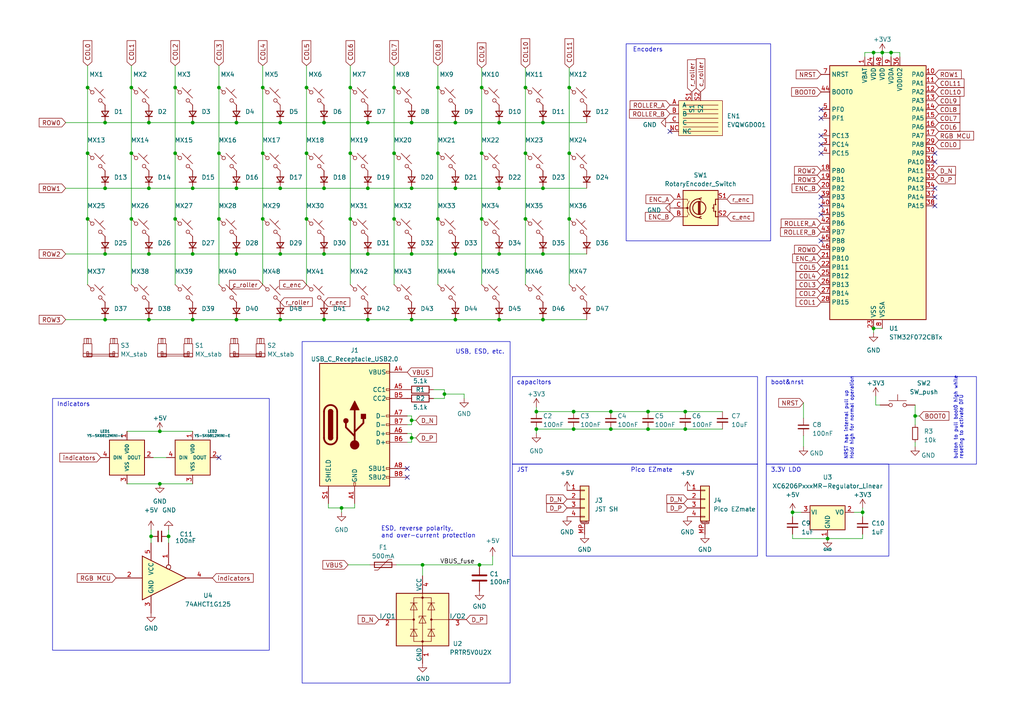
<source format=kicad_sch>
(kicad_sch (version 20230121) (generator eeschema)
  (paper "A4")
  (junction (at 76.2 63.5))
  (junction (at 114.3 44.45))
  (junction (at 198.755 119.38))
  (junction (at 30.48 73.66))
  (junction (at 132.08 54.61))
  (junction (at 55.88 35.56))
  (junction (at 255.905 15.24))
  (junction (at 122.555 163.83))
  (junction (at 38.1 44.45))
  (junction (at 132.08 92.71))
  (junction (at 43.18 73.66))
  (junction (at 99.06 147.32))
  (junction (at 30.48 92.71))
  (junction (at 55.88 73.66))
  (junction (at 38.1 25.4))
  (junction (at 119.38 127))
  (junction (at 43.18 54.61))
  (junction (at 43.18 35.56))
  (junction (at 93.98 92.71))
  (junction (at 139.7 63.5))
  (junction (at 139.7 44.45))
  (junction (at 68.58 92.71))
  (junction (at 240.03 156.21) (diameter 0.9144))
  (junction (at 155.575 119.38))
  (junction (at 152.4 44.45))
  (junction (at 165.1 63.5))
  (junction (at 46.355 140.335))
  (junction (at 25.4 25.4))
  (junction (at 152.4 63.5))
  (junction (at 93.98 54.61))
  (junction (at 106.68 54.61))
  (junction (at 81.28 92.71))
  (junction (at 46.355 125.095))
  (junction (at 76.2 25.4))
  (junction (at 144.78 35.56))
  (junction (at 63.5 44.45))
  (junction (at 144.78 73.66))
  (junction (at 157.48 35.56))
  (junction (at 253.365 95.25))
  (junction (at 81.28 73.66))
  (junction (at 166.37 119.38))
  (junction (at 119.38 92.71))
  (junction (at 177.165 124.46))
  (junction (at 187.96 119.38))
  (junction (at 258.445 15.24))
  (junction (at 157.48 54.61))
  (junction (at 187.96 124.46))
  (junction (at 55.88 92.71))
  (junction (at 68.58 35.56))
  (junction (at 253.365 15.24))
  (junction (at 38.1 63.5))
  (junction (at 101.6 44.45))
  (junction (at 152.4 25.4))
  (junction (at 76.2 44.45))
  (junction (at 25.4 63.5))
  (junction (at 81.28 54.61))
  (junction (at 43.815 155.575))
  (junction (at 139.065 163.83))
  (junction (at 101.6 63.5))
  (junction (at 165.1 25.4))
  (junction (at 114.3 25.4))
  (junction (at 132.08 73.66))
  (junction (at 63.5 25.4))
  (junction (at 68.58 54.61))
  (junction (at 48.895 155.575))
  (junction (at 93.98 35.56))
  (junction (at 119.38 121.92))
  (junction (at 127 25.4))
  (junction (at 132.08 35.56))
  (junction (at 157.48 92.71))
  (junction (at 119.38 35.56))
  (junction (at 127 63.5))
  (junction (at 63.5 63.5))
  (junction (at 43.18 92.71))
  (junction (at 128.905 114.3))
  (junction (at 88.9 63.5))
  (junction (at 30.48 35.56))
  (junction (at 155.575 124.46))
  (junction (at 88.9 44.45))
  (junction (at 50.8 63.5))
  (junction (at 119.38 73.66))
  (junction (at 106.68 92.71))
  (junction (at 55.88 54.61))
  (junction (at 250.19 148.59))
  (junction (at 127 44.45))
  (junction (at 106.68 35.56))
  (junction (at 265.43 120.65))
  (junction (at 50.8 25.4))
  (junction (at 101.6 25.4))
  (junction (at 139.7 25.4))
  (junction (at 177.165 119.38))
  (junction (at 30.48 54.61))
  (junction (at 81.28 35.56))
  (junction (at 119.38 54.61))
  (junction (at 166.37 124.46))
  (junction (at 144.78 54.61))
  (junction (at 88.9 25.4))
  (junction (at 198.755 124.46))
  (junction (at 106.68 73.66))
  (junction (at 93.98 73.66))
  (junction (at 144.78 92.71))
  (junction (at 68.58 73.66))
  (junction (at 229.87 148.59))
  (junction (at 50.8 44.45))
  (junction (at 25.4 44.45))
  (junction (at 114.3 63.5))
  (junction (at 165.1 44.45))
  (junction (at 157.48 73.66))
  (no_connect (at 238.125 69.85))
  (no_connect (at 238.125 59.69))
  (no_connect (at 118.11 135.89))
  (no_connect (at 238.125 57.15))
  (no_connect (at 271.145 46.99))
  (no_connect (at 238.125 41.91))
  (no_connect (at 238.125 62.23))
  (no_connect (at 118.11 138.43))
  (no_connect (at 271.145 57.15))
  (no_connect (at 238.125 44.45))
  (no_connect (at 238.125 34.29))
  (no_connect (at 271.145 54.61))
  (no_connect (at 271.145 59.69))
  (no_connect (at 238.125 31.75))
  (no_connect (at 271.145 44.45))
  (no_connect (at 63.5 132.715))
  (no_connect (at 194.31 38.1))
  (no_connect (at 238.125 39.37))
  (wire (pts (xy 50.8 25.4) (xy 50.8 44.45)))
  (wire (pts (xy 101.6 25.4) (xy 101.6 44.45)))
  (wire (pts (xy 229.87 148.59) (xy 229.87 149.86)))
  (wire (pts (xy 265.43 120.65) (xy 265.43 123.19)))
  (wire (pts (xy 63.5 25.4) (xy 63.5 44.45)))
  (wire (pts (xy 139.7 63.5) (xy 139.7 82.55)))
  (wire (pts (xy 260.985 15.24) (xy 260.985 16.51)))
  (wire (pts (xy 233.045 129.54) (xy 233.045 126.365)))
  (wire (pts (xy 254 117.475) (xy 254 114.935)))
  (wire (pts (xy 19.05 35.56) (xy 30.48 35.56)))
  (wire (pts (xy 250.19 147.32) (xy 250.19 148.59)))
  (wire (pts (xy 88.9 63.5) (xy 88.9 82.55)))
  (wire (pts (xy 155.575 119.38) (xy 166.37 119.38)))
  (wire (pts (xy 157.48 54.61) (xy 170.18 54.61)))
  (wire (pts (xy 198.755 124.46) (xy 209.55 124.46)))
  (wire (pts (xy 101.6 19.05) (xy 101.6 25.4)))
  (wire (pts (xy 88.9 19.05) (xy 88.9 25.4)))
  (wire (pts (xy 127 19.05) (xy 127 25.4)))
  (wire (pts (xy 44.45 132.715) (xy 48.26 132.715)))
  (wire (pts (xy 30.48 92.71) (xy 43.18 92.71)))
  (wire (pts (xy 258.445 15.24) (xy 258.445 16.51)))
  (wire (pts (xy 114.3 44.45) (xy 114.3 63.5)))
  (wire (pts (xy 76.2 19.05) (xy 76.2 25.4)))
  (wire (pts (xy 118.11 123.19) (xy 119.38 123.19)))
  (wire (pts (xy 99.06 147.32) (xy 102.87 147.32)))
  (wire (pts (xy 43.18 73.66) (xy 55.88 73.66)))
  (wire (pts (xy 258.445 15.24) (xy 260.985 15.24)))
  (wire (pts (xy 122.555 163.83) (xy 122.555 167.005)))
  (wire (pts (xy 152.4 63.5) (xy 152.4 82.55)))
  (wire (pts (xy 118.11 128.27) (xy 119.38 128.27)))
  (wire (pts (xy 119.38 73.66) (xy 132.08 73.66)))
  (wire (pts (xy 88.9 25.4) (xy 88.9 44.45)))
  (wire (pts (xy 253.365 15.24) (xy 253.365 16.51)))
  (wire (pts (xy 81.28 92.71) (xy 93.98 92.71)))
  (wire (pts (xy 144.78 73.66) (xy 157.48 73.66)))
  (wire (pts (xy 43.815 155.575) (xy 43.815 157.48)))
  (wire (pts (xy 139.065 163.83) (xy 142.875 163.83)))
  (wire (pts (xy 253.365 15.24) (xy 255.905 15.24)))
  (wire (pts (xy 30.48 73.66) (xy 43.18 73.66)))
  (wire (pts (xy 100.965 163.83) (xy 107.315 163.83)))
  (wire (pts (xy 55.88 92.71) (xy 68.58 92.71)))
  (wire (pts (xy 118.11 120.65) (xy 119.38 120.65)))
  (wire (pts (xy 48.895 153.67) (xy 48.895 155.575)))
  (wire (pts (xy 157.48 35.56) (xy 170.18 35.56)))
  (wire (pts (xy 63.5 44.45) (xy 63.5 63.5)))
  (wire (pts (xy 139.7 19.685) (xy 139.7 25.4)))
  (wire (pts (xy 144.78 35.56) (xy 157.48 35.56)))
  (wire (pts (xy 132.08 35.56) (xy 144.78 35.56)))
  (wire (pts (xy 48.895 155.575) (xy 48.895 157.48)))
  (wire (pts (xy 250.825 15.24) (xy 250.825 16.51)))
  (wire (pts (xy 36.83 140.335) (xy 46.355 140.335)))
  (wire (pts (xy 114.3 25.4) (xy 114.3 44.45)))
  (wire (pts (xy 25.4 25.4) (xy 25.4 44.45)))
  (wire (pts (xy 132.08 92.71) (xy 144.78 92.71)))
  (wire (pts (xy 165.1 63.5) (xy 165.1 82.55)))
  (wire (pts (xy 55.88 73.66) (xy 68.58 73.66)))
  (wire (pts (xy 127 63.5) (xy 127 82.55)))
  (wire (pts (xy 25.4 19.05) (xy 25.4 25.4)))
  (wire (pts (xy 132.08 73.66) (xy 144.78 73.66)))
  (wire (pts (xy 106.68 54.61) (xy 119.38 54.61)))
  (wire (pts (xy 119.38 125.73) (xy 119.38 127)))
  (wire (pts (xy 255.905 15.24) (xy 255.905 16.51)))
  (wire (pts (xy 139.7 25.4) (xy 139.7 44.45)))
  (wire (pts (xy 258.445 15.24) (xy 255.905 15.24)))
  (wire (pts (xy 177.165 124.46) (xy 187.96 124.46)))
  (wire (pts (xy 144.78 54.61) (xy 157.48 54.61)))
  (wire (pts (xy 81.28 73.66) (xy 93.98 73.66)))
  (wire (pts (xy 119.38 54.61) (xy 132.08 54.61)))
  (wire (pts (xy 128.905 115.57) (xy 128.905 114.3)))
  (wire (pts (xy 144.78 92.71) (xy 157.48 92.71)))
  (wire (pts (xy 265.43 117.475) (xy 265.43 120.65)))
  (wire (pts (xy 177.165 119.38) (xy 187.96 119.38)))
  (wire (pts (xy 25.4 63.5) (xy 25.4 82.55)))
  (wire (pts (xy 46.355 140.335) (xy 55.88 140.335)))
  (wire (pts (xy 93.98 92.71) (xy 106.68 92.71)))
  (wire (pts (xy 118.11 125.73) (xy 119.38 125.73)))
  (wire (pts (xy 114.3 19.05) (xy 114.3 25.4)))
  (wire (pts (xy 198.755 119.38) (xy 209.55 119.38)))
  (wire (pts (xy 125.73 115.57) (xy 128.905 115.57)))
  (wire (pts (xy 81.28 35.56) (xy 93.98 35.56)))
  (wire (pts (xy 30.48 54.61) (xy 43.18 54.61)))
  (wire (pts (xy 128.905 114.3) (xy 128.905 113.03)))
  (wire (pts (xy 106.68 35.56) (xy 119.38 35.56)))
  (wire (pts (xy 152.4 25.4) (xy 152.4 44.45)))
  (wire (pts (xy 19.05 92.71) (xy 30.48 92.71)))
  (wire (pts (xy 155.575 125.73) (xy 155.575 124.46)))
  (wire (pts (xy 101.6 63.5) (xy 101.6 82.55)))
  (wire (pts (xy 152.4 44.45) (xy 152.4 63.5)))
  (wire (pts (xy 93.98 54.61) (xy 106.68 54.61)))
  (wire (pts (xy 63.5 19.05) (xy 63.5 25.4)))
  (wire (pts (xy 114.935 163.83) (xy 122.555 163.83)))
  (wire (pts (xy 119.38 121.92) (xy 119.38 123.19)))
  (wire (pts (xy 38.1 19.05) (xy 38.1 25.4)))
  (wire (pts (xy 166.37 124.46) (xy 177.165 124.46)))
  (wire (pts (xy 50.8 63.5) (xy 50.8 82.55)))
  (wire (pts (xy 187.96 119.38) (xy 198.755 119.38)))
  (wire (pts (xy 187.96 124.46) (xy 198.755 124.46)))
  (wire (pts (xy 155.575 118.11) (xy 155.575 119.38)))
  (wire (pts (xy 93.98 73.66) (xy 106.68 73.66)))
  (wire (pts (xy 247.65 148.59) (xy 250.19 148.59)))
  (wire (pts (xy 132.08 54.61) (xy 144.78 54.61)))
  (wire (pts (xy 76.2 63.5) (xy 76.2 82.55)))
  (wire (pts (xy 250.19 148.59) (xy 250.19 149.86)))
  (wire (pts (xy 68.58 35.56) (xy 81.28 35.56)))
  (wire (pts (xy 55.88 35.56) (xy 68.58 35.56)))
  (wire (pts (xy 55.88 54.61) (xy 68.58 54.61)))
  (wire (pts (xy 250.825 15.24) (xy 253.365 15.24)))
  (wire (pts (xy 19.05 73.66) (xy 30.48 73.66)))
  (wire (pts (xy 253.365 96.52) (xy 253.365 95.25)))
  (wire (pts (xy 106.68 73.66) (xy 119.38 73.66)))
  (wire (pts (xy 240.03 156.21) (xy 250.19 156.21)))
  (wire (pts (xy 119.38 127) (xy 120.65 127)))
  (wire (pts (xy 119.38 121.92) (xy 120.65 121.92)))
  (wire (pts (xy 43.18 54.61) (xy 55.88 54.61)))
  (wire (pts (xy 127 44.45) (xy 127 63.5)))
  (wire (pts (xy 127 25.4) (xy 127 44.45)))
  (wire (pts (xy 38.1 44.45) (xy 38.1 63.5)))
  (wire (pts (xy 119.38 92.71) (xy 132.08 92.71)))
  (wire (pts (xy 166.37 119.38) (xy 177.165 119.38)))
  (wire (pts (xy 76.2 44.45) (xy 76.2 63.5)))
  (wire (pts (xy 253.365 95.25) (xy 255.905 95.25)))
  (wire (pts (xy 106.68 92.71) (xy 119.38 92.71)))
  (wire (pts (xy 25.4 44.45) (xy 25.4 63.5)))
  (wire (pts (xy 68.58 73.66) (xy 81.28 73.66)))
  (wire (pts (xy 88.9 44.45) (xy 88.9 63.5)))
  (wire (pts (xy 125.73 113.03) (xy 128.905 113.03)))
  (wire (pts (xy 157.48 92.71) (xy 170.18 92.71)))
  (wire (pts (xy 240.03 156.21) (xy 229.87 156.21)))
  (wire (pts (xy 157.48 73.66) (xy 170.18 73.66)))
  (wire (pts (xy 102.87 147.32) (xy 102.87 146.05)))
  (wire (pts (xy 155.575 124.46) (xy 166.37 124.46)))
  (wire (pts (xy 165.1 19.685) (xy 165.1 25.4)))
  (wire (pts (xy 63.5 63.5) (xy 63.5 82.55)))
  (wire (pts (xy 229.87 154.94) (xy 229.87 156.21)))
  (wire (pts (xy 68.58 92.71) (xy 81.28 92.71)))
  (wire (pts (xy 119.38 120.65) (xy 119.38 121.92)))
  (wire (pts (xy 68.58 54.61) (xy 81.28 54.61)))
  (wire (pts (xy 43.18 92.71) (xy 55.88 92.71)))
  (wire (pts (xy 50.8 44.45) (xy 50.8 63.5)))
  (wire (pts (xy 38.1 25.4) (xy 38.1 44.45)))
  (wire (pts (xy 122.555 163.83) (xy 139.065 163.83)))
  (wire (pts (xy 233.045 116.84) (xy 233.045 121.285)))
  (wire (pts (xy 139.7 44.45) (xy 139.7 63.5)))
  (wire (pts (xy 50.8 19.05) (xy 50.8 25.4)))
  (wire (pts (xy 114.3 63.5) (xy 114.3 82.55)))
  (wire (pts (xy 255.27 117.475) (xy 254 117.475)))
  (wire (pts (xy 134.62 114.3) (xy 134.62 115.57)))
  (wire (pts (xy 229.87 148.59) (xy 232.41 148.59)))
  (wire (pts (xy 119.38 35.56) (xy 132.08 35.56)))
  (wire (pts (xy 95.25 146.05) (xy 95.25 147.32)))
  (wire (pts (xy 165.1 44.45) (xy 165.1 63.5)))
  (wire (pts (xy 19.05 54.61) (xy 30.48 54.61)))
  (wire (pts (xy 38.1 63.5) (xy 38.1 82.55)))
  (wire (pts (xy 36.83 125.095) (xy 46.355 125.095)))
  (wire (pts (xy 76.2 25.4) (xy 76.2 44.45)))
  (wire (pts (xy 81.28 54.61) (xy 93.98 54.61)))
  (wire (pts (xy 152.4 19.685) (xy 152.4 25.4)))
  (wire (pts (xy 93.98 35.56) (xy 106.68 35.56)))
  (wire (pts (xy 265.43 128.27) (xy 265.43 129.54)))
  (wire (pts (xy 119.38 128.27) (xy 119.38 127)))
  (wire (pts (xy 101.6 44.45) (xy 101.6 63.5)))
  (wire (pts (xy 46.355 125.095) (xy 55.88 125.095)))
  (wire (pts (xy 95.25 147.32) (xy 99.06 147.32)))
  (wire (pts (xy 43.18 35.56) (xy 55.88 35.56)))
  (wire (pts (xy 43.815 153.67) (xy 43.815 155.575)))
  (wire (pts (xy 99.06 148.59) (xy 99.06 147.32)))
  (wire (pts (xy 30.48 35.56) (xy 43.18 35.56)))
  (wire (pts (xy 165.1 25.4) (xy 165.1 44.45)))
  (wire (pts (xy 250.19 154.94) (xy 250.19 156.21)))
  (wire (pts (xy 128.905 114.3) (xy 134.62 114.3)))
  (wire (pts (xy 142.875 161.29) (xy 142.875 163.83)))
  (wire (pts (xy 265.43 120.65) (xy 266.7 120.65)))
  (rectangle (start 222.25 134.62) (end 257.81 161.29))
  (rectangle (start 15.24 115.57) (end 78.105 188.595))
  (rectangle (start 181.61 12.7) (end 223.52 69.85))
  (rectangle (start 222.25 109.22) (end 283.21 134.62))
  (rectangle (start 148.59 134.62) (end 219.71 161.29))
  (rectangle (start 148.59 109.22) (end 219.71 134.62))
  (rectangle (start 87.63 99.06) (end 147.955 198.12))
  (text "boot&nrst" (at 223.52 111.76 0) (effects (font (size 1.27 1.27)) (justify left bottom)))
  (text "button to pull boot0 high while \nreseting to activate DFU" (at 279.4 133.35 90) (effects (font (size 1 1)) (justify left bottom)))
  (text "Encoders" (at 183.515 15.24 0) (effects (font (size 1.27 1.27)) (justify left bottom)))
  (text "Pico EZmate" (at 182.88 137.16 0) (effects (font (size 1.27 1.27)) (justify left bottom)))
  (text "NRST has internal pull up\nHold high for normal operation" (at 247.65 133.35 90) (effects (font (size 1 1)) (justify left bottom)))
  (text "USB, ESD, etc." (at 132.08 102.87 0) (effects (font (size 1.27 1.27)) (justify left bottom)))
  (text "3.3V LDO" (at 223.52 137.16 0) (effects (font (size 1.27 1.27)) (justify left bottom)))
  (text "capacitors" (at 149.86 111.76 0) (effects (font (size 1.27 1.27)) (justify left bottom)))
  (text "JST" (at 149.86 137.16 0) (effects (font (size 1.27 1.27)) (justify left bottom)))
  (text "ESD, reverse polarity,\nand over-current protection" (at 110.49 156.21 0) (effects (font (size 1.27 1.27)) (justify left bottom)))
  (text "Indicators" (at 16.51 118.11 0) (effects (font (size 1.27 1.27)) (justify left bottom)))
  (label "VBUS_fuse" (at 127.635 163.83 0))
  (global_label "COL10" (shape input) (at 152.4 19.685 90) (property "Intersheetrefs" "${INTERSHEET_REFS}" (effects hide)))
  (global_label "D_P" (shape input) (at 135.255 179.705 0) (property "Intersheetrefs" "${INTERSHEET_REFS}" (effects hide)))
  (global_label "BOOT0" (shape input) (at 238.125 26.67 180) (property "Intersheetrefs" "${INTERSHEET_REFS}" (effects hide)))
  (global_label "D_N" (shape input) (at 199.39 144.78 180) (property "Intersheetrefs" "${INTERSHEET_REFS}" (effects hide)))
  (global_label "COL1" (shape input) (at 238.125 87.63 180) (property "Intersheetrefs" "${INTERSHEET_REFS}" (effects hide)))
  (global_label "ROW2" (shape input) (at 19.05 73.66 180) (property "Intersheetrefs" "${INTERSHEET_REFS}" (effects hide)))
  (global_label "ROW2" (shape input) (at 238.125 49.53 180) (property "Intersheetrefs" "${INTERSHEET_REFS}" (effects hide)))
  (global_label "COL1" (shape input) (at 38.1 19.05 90) (property "Intersheetrefs" "${INTERSHEET_REFS}" (effects hide)))
  (global_label "c_roller" (shape input) (at 76.2 82.55 180) (property "Intersheetrefs" "${INTERSHEET_REFS}" (effects hide)))
  (global_label "COL0" (shape input) (at 25.4 19.05 90) (property "Intersheetrefs" "${INTERSHEET_REFS}" (effects hide)))
  (global_label "c_roller" (shape input) (at 203.2 26.67 90) (property "Intersheetrefs" "${INTERSHEET_REFS}" (effects hide)))
  (global_label "ROLLER_B" (shape input) (at 238.125 67.31 180) (property "Intersheetrefs" "${INTERSHEET_REFS}" (effects hide)))
  (global_label "NRST" (shape input) (at 238.125 21.59 180) (property "Intersheetrefs" "${INTERSHEET_REFS}" (effects hide)))
  (global_label "ROW3" (shape input) (at 19.05 92.71 180) (property "Intersheetrefs" "${INTERSHEET_REFS}" (effects hide)))
  (global_label "D_P" (shape input) (at 199.39 147.32 180) (property "Intersheetrefs" "${INTERSHEET_REFS}" (effects hide)))
  (global_label "D_N" (shape input) (at 120.65 121.92 0) (property "Intersheetrefs" "${INTERSHEET_REFS}" (effects hide)))
  (global_label "COL2" (shape input) (at 50.8 19.05 90) (property "Intersheetrefs" "${INTERSHEET_REFS}" (effects hide)))
  (global_label "indicators" (shape input) (at 29.21 132.715 180) (property "Intersheetrefs" "${INTERSHEET_REFS}" (effects hide)))
  (global_label "ROLLER_A" (shape input) (at 238.125 64.77 180) (property "Intersheetrefs" "${INTERSHEET_REFS}" (effects hide)))
  (global_label "D_P" (shape input) (at 120.65 127 0) (property "Intersheetrefs" "${INTERSHEET_REFS}" (effects hide)))
  (global_label "r_roller" (shape input) (at 200.66 26.67 90) (property "Intersheetrefs" "${INTERSHEET_REFS}" (effects hide)))
  (global_label "c_enc" (shape input) (at 210.82 62.865 0) (property "Intersheetrefs" "${INTERSHEET_REFS}" (effects hide)))
  (global_label "r_roller" (shape input) (at 81.28 87.63 0) (property "Intersheetrefs" "${INTERSHEET_REFS}" (effects hide)))
  (global_label "COL5" (shape input) (at 88.9 19.05 90) (property "Intersheetrefs" "${INTERSHEET_REFS}" (effects hide)))
  (global_label "ROW1" (shape input) (at 271.145 21.59 0) (property "Intersheetrefs" "${INTERSHEET_REFS}" (effects hide)))
  (global_label "COL6" (shape input) (at 271.145 36.83 0) (property "Intersheetrefs" "${INTERSHEET_REFS}" (effects hide)))
  (global_label "COL5" (shape input) (at 238.125 77.47 180) (property "Intersheetrefs" "${INTERSHEET_REFS}" (effects hide)))
  (global_label "COL4" (shape input) (at 76.2 19.05 90) (property "Intersheetrefs" "${INTERSHEET_REFS}" (effects hide)))
  (global_label "COL9" (shape input) (at 271.145 29.21 0) (property "Intersheetrefs" "${INTERSHEET_REFS}" (effects hide)))
  (global_label "ROW0" (shape input) (at 19.05 35.56 180) (property "Intersheetrefs" "${INTERSHEET_REFS}" (effects hide)))
  (global_label "D_P" (shape input) (at 271.145 52.07 0) (property "Intersheetrefs" "${INTERSHEET_REFS}" (effects hide)))
  (global_label "ROLLER_B" (shape input) (at 194.31 33.02 180) (property "Intersheetrefs" "${INTERSHEET_REFS}" (effects hide)))
  (global_label "ROLLER_A" (shape input) (at 194.31 30.48 180) (property "Intersheetrefs" "${INTERSHEET_REFS}" (effects hide)))
  (global_label "COL8" (shape input) (at 271.145 31.75 0) (property "Intersheetrefs" "${INTERSHEET_REFS}" (effects hide)))
  (global_label "COL6" (shape input) (at 101.6 19.05 90) (property "Intersheetrefs" "${INTERSHEET_REFS}" (effects hide)))
  (global_label "COL9" (shape input) (at 139.7 19.685 90) (property "Intersheetrefs" "${INTERSHEET_REFS}" (effects hide)))
  (global_label "COL0" (shape input) (at 271.145 41.91 0) (property "Intersheetrefs" "${INTERSHEET_REFS}" (effects hide)))
  (global_label "r_enc" (shape input) (at 210.82 57.785 0) (property "Intersheetrefs" "${INTERSHEET_REFS}" (effects hide)))
  (global_label "RGB MCU" (shape input) (at 33.655 167.64 180) (property "Intersheetrefs" "${INTERSHEET_REFS}" (effects hide)))
  (global_label "ENC_A" (shape input) (at 195.58 57.785 180) (property "Intersheetrefs" "${INTERSHEET_REFS}" (effects hide)))
  (global_label "COL11" (shape input) (at 165.1 19.685 90) (property "Intersheetrefs" "${INTERSHEET_REFS}" (effects hide)))
  (global_label "COL2" (shape input) (at 238.125 85.09 180) (property "Intersheetrefs" "${INTERSHEET_REFS}" (effects hide)))
  (global_label "COL11" (shape input) (at 271.145 24.13 0) (property "Intersheetrefs" "${INTERSHEET_REFS}" (effects hide)))
  (global_label "c_enc" (shape input) (at 88.9 82.55 180) (property "Intersheetrefs" "${INTERSHEET_REFS}" (effects hide)))
  (global_label "VBUS" (shape input) (at 100.965 163.83 180) (property "Intersheetrefs" "${INTERSHEET_REFS}" (effects hide)))
  (global_label "D_N" (shape input) (at 271.145 49.53 0) (property "Intersheetrefs" "${INTERSHEET_REFS}" (effects hide)))
  (global_label "COL3" (shape input) (at 63.5 19.05 90) (property "Intersheetrefs" "${INTERSHEET_REFS}" (effects hide)))
  (global_label "ROW0" (shape input) (at 238.125 72.39 180) (property "Intersheetrefs" "${INTERSHEET_REFS}" (effects hide)))
  (global_label "COL10" (shape input) (at 271.145 26.67 0) (property "Intersheetrefs" "${INTERSHEET_REFS}" (effects hide)))
  (global_label "D_N" (shape input) (at 109.855 179.705 180) (property "Intersheetrefs" "${INTERSHEET_REFS}" (effects hide)))
  (global_label "COL8" (shape input) (at 127 19.05 90) (property "Intersheetrefs" "${INTERSHEET_REFS}" (effects hide)))
  (global_label "COL7" (shape input) (at 271.145 34.29 0) (property "Intersheetrefs" "${INTERSHEET_REFS}" (effects hide)))
  (global_label "ROW1" (shape input) (at 19.05 54.61 180) (property "Intersheetrefs" "${INTERSHEET_REFS}" (effects hide)))
  (global_label "ENC_A" (shape input) (at 238.125 74.93 180) (property "Intersheetrefs" "${INTERSHEET_REFS}" (effects hide)))
  (global_label "COL7" (shape input) (at 114.3 19.05 90) (property "Intersheetrefs" "${INTERSHEET_REFS}" (effects hide)))
  (global_label "D_N" (shape input) (at 164.465 144.78 180) (property "Intersheetrefs" "${INTERSHEET_REFS}" (effects hide)))
  (global_label "indicators" (shape input) (at 61.595 167.64 0) (property "Intersheetrefs" "${INTERSHEET_REFS}" (effects hide)))
  (global_label "r_enc" (shape input) (at 93.98 87.63 0) (property "Intersheetrefs" "${INTERSHEET_REFS}" (effects hide)))
  (global_label "ROW3" (shape input) (at 238.125 52.07 180) (property "Intersheetrefs" "${INTERSHEET_REFS}" (effects hide)))
  (global_label "NRST" (shape input) (at 233.045 116.84 180) (property "Intersheetrefs" "${INTERSHEET_REFS}" (effects hide)))
  (global_label "ENC_B" (shape input) (at 195.58 62.865 180) (property "Intersheetrefs" "${INTERSHEET_REFS}" (effects hide)))
  (global_label "COL4" (shape input) (at 238.125 80.01 180) (property "Intersheetrefs" "${INTERSHEET_REFS}" (effects hide)))
  (global_label "RGB MCU" (shape input) (at 271.145 39.37 0) (property "Intersheetrefs" "${INTERSHEET_REFS}" (effects hide)))
  (global_label "BOOT0" (shape input) (at 266.7 120.65 0) (property "Intersheetrefs" "${INTERSHEET_REFS}" (effects hide)))
  (global_label "ENC_B" (shape input) (at 238.125 54.61 180) (property "Intersheetrefs" "${INTERSHEET_REFS}" (effects hide)))
  (global_label "VBUS" (shape input) (at 118.11 107.95 0) (property "Intersheetrefs" "${INTERSHEET_REFS}" (effects hide)))
  (global_label "COL3" (shape input) (at 238.125 82.55 180) (property "Intersheetrefs" "${INTERSHEET_REFS}" (effects hide)))
  (global_label "D_P" (shape input) (at 164.465 147.32 180) (property "Intersheetrefs" "${INTERSHEET_REFS}" (effects hide)))
  (symbol (lib_id "power:+3V3") (at 155.575 118.11 0) (unit 1)
    (property "Reference" "#PWR012" (effects hide))
    (property "Value" "+3V3" (at 155.575 114.3 0))
  )
  (symbol (lib_id "power:GND") (at 253.365 96.52 0) (unit 1)
    (property "Reference" "#PWR07" (effects hide))
    (property "Value" "GND" (at 253.365 101.6 0))
  )
  (symbol (lib_id "power:+5V") (at 46.355 125.095 0) (unit 1)
    (property "Reference" "#PWR08" (effects hide))
    (property "Value" "+5V" (at 46.355 121.285 0))
  )
  (symbol (lib_id "74xGxx:74AHCT1G125") (at 48.895 167.64 0) (unit 1)
    (property "Reference" "U4" (at 60.325 172.72 0))
    (property "Value" "74AHCT1G125" (at 60.325 175.26 0))
    (property "Footprint" "Package_TO_SOT_SMD:TSOT-23-5" (effects hide))
    (property "Datasheet" "http://www.ti.com/lit/sg/scyt129e/scyt129e.pdf" (effects hide))
  )
  (symbol (lib_id "Device:C_Small") (at 177.165 121.92 0) (unit 1)
    (property "Reference" "C4" (at 179.07 120.65 0) (effects (justify left)))
    (property "Value" "100nF" (at 179.07 123.19 0) (effects (justify left)))
    (property "Footprint" "Capacitor_SMD:C_0402_1005Metric" (effects hide))
  )
  (symbol (lib_id "PCM_marbastlib-mx:MX_SW_solder") (at 142.24 85.09 0) (unit 1)
    (property "Reference" "MX45" (at 142.24 78.74 0))
    (property "Value" "MX_SW_solder" (effects hide))
    (property "Footprint" "PCM_marbastlib-mx:SW_MX_1u" (effects hide))
  )
  (symbol (lib_id "Device:D_Small") (at 81.28 71.12 90) (unit 1)
    (property "Reference" "D29" (at 83.82 70.485 90) (effects (justify right)))
    (property "Value" "D_Small" (effects hide))
    (property "Footprint" "Diode_SMD:D_SOD-123F" (effects hide))
    (property "Sim.Device" "D" (effects hide))
    (property "Sim.Pins" "1=K 2=A" (effects hide))
  )
  (symbol (lib_id "Device:D_Small") (at 43.18 52.07 90) (unit 1)
    (property "Reference" "D14" (at 45.72 51.435 90) (effects (justify right)))
    (property "Value" "D_Small" (effects hide))
    (property "Footprint" "Diode_SMD:D_SOD-123F" (effects hide))
    (property "Sim.Device" "D" (effects hide))
    (property "Sim.Pins" "1=K 2=A" (effects hide))
  )
  (symbol (lib_id "PCM_marbastlib-mx:MX_SW_solder") (at 40.64 46.99 0) (unit 1)
    (property "Reference" "MX14" (at 40.64 40.64 0))
    (property "Value" "MX_SW_solder" (effects hide))
    (property "Footprint" "PCM_marbastlib-mx:SW_MX_1u" (effects hide))
  )
  (symbol (lib_id "PCM_marbastlib-mx:MX_SW_solder") (at 167.64 46.99 0) (unit 1)
    (property "Reference" "MX24" (at 167.64 40.64 0))
    (property "Value" "MX_SW_solder" (effects hide))
    (property "Footprint" "PCM_marbastlib-mx:SW_MX_1.5u" (effects hide))
  )
  (symbol (lib_id "Device:D_Small") (at 68.58 90.17 90) (unit 1)
    (property "Reference" "D40" (at 71.12 89.535 90) (effects (justify right)))
    (property "Value" "D_Small" (effects hide))
    (property "Footprint" "Diode_SMD:D_SOD-123F" (effects hide))
    (property "Sim.Device" "D" (effects hide))
    (property "Sim.Pins" "1=K 2=A" (effects hide))
  )
  (symbol (lib_id "Device:D_Small") (at 30.48 71.12 90) (unit 1)
    (property "Reference" "D25" (at 33.02 70.485 90) (effects (justify right)))
    (property "Value" "D_Small" (effects hide))
    (property "Footprint" "Diode_SMD:D_SOD-123F" (effects hide))
    (property "Sim.Device" "D" (effects hide))
    (property "Sim.Pins" "1=K 2=A" (effects hide))
  )
  (symbol (lib_id "Device:D_Small") (at 106.68 90.17 90) (unit 1)
    (property "Reference" "D42" (at 109.22 89.535 90) (effects (justify right)))
    (property "Value" "D_Small" (effects hide))
    (property "Footprint" "Diode_SMD:D_SOD-123F" (effects hide))
    (property "Sim.Device" "D" (effects hide))
    (property "Sim.Pins" "1=K 2=A" (effects hide))
  )
  (symbol (lib_id "power:GND") (at 199.39 149.86 0) (unit 1)
    (property "Reference" "#PWR022" (effects hide))
    (property "Value" "GND" (at 199.39 154.3034 0))
  )
  (symbol (lib_id "Device:C_Small") (at 46.355 155.575 270) (unit 1)
    (property "Reference" "C11" (at 52.07 154.94 90) (effects (justify left)))
    (property "Value" "100nF" (at 50.8 156.845 90) (effects (justify left)))
    (property "Footprint" "Capacitor_SMD:C_0402_1005Metric" (effects hide))
  )
  (symbol (lib_id "PCM_marbastlib-mx:MX_SW_solder") (at 91.44 46.99 0) (unit 1)
    (property "Reference" "MX18" (at 91.44 40.64 0))
    (property "Value" "MX_SW_solder" (effects hide))
    (property "Footprint" "PCM_marbastlib-mx:SW_MX_1u" (effects hide))
  )
  (symbol (lib_id "kbd:YS-SK6812MINI-E") (at 36.83 132.715 0) (unit 1)
    (property "Reference" "LED1" (at 30.48 125.095 0) (effects (font (size 0.7366 0.7366))))
    (property "Value" "YS-SK6812MINI-E" (at 30.48 126.365 0) (effects (font (size 0.7366 0.7366))))
    (property "Footprint" "kbd:YS-SK6812MINI-E" (effects hide))
  )
  (symbol (lib_id "Device:D_Small") (at 144.78 52.07 90) (unit 1)
    (property "Reference" "D22" (at 147.32 51.435 90) (effects (justify right)))
    (property "Value" "D_Small" (effects hide))
    (property "Footprint" "Diode_SMD:D_SOD-123F" (effects hide))
    (property "Sim.Device" "D" (effects hide))
    (property "Sim.Pins" "1=K 2=A" (effects hide))
  )
  (symbol (lib_id "Device:D_Small") (at 81.28 52.07 90) (unit 1)
    (property "Reference" "D17" (at 83.82 51.435 90) (effects (justify right)))
    (property "Value" "D_Small" (effects hide))
    (property "Footprint" "Diode_SMD:D_SOD-123F" (effects hide))
    (property "Sim.Device" "D" (effects hide))
    (property "Sim.Pins" "1=K 2=A" (effects hide))
  )
  (symbol (lib_id "Device:D_Small") (at 68.58 33.02 90) (unit 1)
    (property "Reference" "D4" (at 71.12 32.385 90) (effects (justify right)))
    (property "Value" "D_Small" (effects hide))
    (property "Footprint" "Diode_SMD:D_SOD-123F" (effects hide))
    (property "Sim.Device" "D" (effects hide))
    (property "Sim.Pins" "1=K 2=A" (effects hide))
  )
  (symbol (lib_id "PCM_marbastlib-mx:MX_SW_solder") (at 78.74 27.94 0) (unit 1)
    (property "Reference" "MX5" (at 78.74 21.59 0))
    (property "Value" "MX_SW_solder" (effects hide))
    (property "Footprint" "PCM_marbastlib-mx:SW_MX_1u" (effects hide))
  )
  (symbol (lib_id "Device:D_Small") (at 93.98 52.07 90) (unit 1)
    (property "Reference" "D18" (at 96.52 51.435 90) (effects (justify right)))
    (property "Value" "D_Small" (effects hide))
    (property "Footprint" "Diode_SMD:D_SOD-123F" (effects hide))
    (property "Sim.Device" "D" (effects hide))
    (property "Sim.Pins" "1=K 2=A" (effects hide))
  )
  (symbol (lib_id "PCM_marbastlib-mx:MX_SW_solder") (at 129.54 66.04 0) (unit 1)
    (property "Reference" "MX33" (at 129.54 59.69 0))
    (property "Value" "MX_SW_solder" (effects hide))
    (property "Footprint" "PCM_marbastlib-mx:SW_MX_1u" (effects hide))
  )
  (symbol (lib_id "Device:C_Small") (at 198.755 121.92 0) (unit 1)
    (property "Reference" "C6" (at 200.66 120.65 0) (effects (justify left)))
    (property "Value" "100nF" (at 200.66 123.19 0) (effects (justify left)))
    (property "Footprint" "Capacitor_SMD:C_0402_1005Metric" (effects hide))
  )
  (symbol (lib_id "Device:D_Small") (at 55.88 33.02 90) (unit 1)
    (property "Reference" "D3" (at 58.42 32.385 90) (effects (justify right)))
    (property "Value" "D_Small" (effects hide))
    (property "Footprint" "Diode_SMD:D_SOD-123F" (effects hide))
    (property "Sim.Device" "D" (effects hide))
    (property "Sim.Pins" "1=K 2=A" (effects hide))
  )
  (symbol (lib_id "PCM_marbastlib-mx:MX_SW_solder") (at 129.54 46.99 0) (unit 1)
    (property "Reference" "MX21" (at 129.54 40.64 0))
    (property "Value" "MX_SW_solder" (effects hide))
    (property "Footprint" "PCM_marbastlib-mx:SW_MX_1u" (effects hide))
  )
  (symbol (lib_id "Device:D_Small") (at 157.48 71.12 90) (unit 1)
    (property "Reference" "D35" (at 160.02 70.485 90) (effects (justify right)))
    (property "Value" "D_Small" (effects hide))
    (property "Footprint" "Diode_SMD:D_SOD-123F" (effects hide))
    (property "Sim.Device" "D" (effects hide))
    (property "Sim.Pins" "1=K 2=A" (effects hide))
  )
  (symbol (lib_id "Device:RotaryEncoder_Switch") (at 203.2 60.325 0) (unit 1)
    (property "Reference" "SW1" (at 203.2 50.8 0))
    (property "Value" "RotaryEncoder_Switch" (at 203.2 53.34 0))
    (property "Footprint" "PCM_marbastlib-various:ROT_Alps_EC11E-Switch" (effects hide))
  )
  (symbol (lib_id "Switch:SW_Push") (at 260.35 117.475 0) (unit 1)
    (property "Reference" "SW2" (at 267.97 111.125 0))
    (property "Value" "SW_push" (at 267.97 113.665 0))
    (property "Footprint" "Button_Switch_SMD:SW_Push_SPST_NO_Alps_SKRK" (effects hide))
  )
  (symbol (lib_id "Device:C_Small") (at 209.55 121.92 0) (unit 1)
    (property "Reference" "C7" (at 212.09 120.65 0) (effects (justify left)))
    (property "Value" "10uF" (at 212.09 123.19 0) (effects (justify left)))
    (property "Footprint" "Capacitor_SMD:C_0402_1005Metric" (effects hide))
  )
  (symbol (lib_id "PCM_marbastlib-mx:MX_stab") (at 71.755 100.965 0) (unit 1)
    (property "Reference" "S2" (at 77.47 100.203 0) (effects (justify left)))
    (property "Value" "MX_stab" (at 77.47 102.743 0) (effects (justify left)))
    (property "Footprint" "PCM_marbastlib-mx:STAB_MX_P_2.25u" (effects hide))
  )
  (symbol (lib_id "PCM_marbastlib-mx:MX_SW_solder") (at 116.84 27.94 0) (unit 1)
    (property "Reference" "MX8" (at 116.84 21.59 0))
    (property "Value" "MX_SW_solder" (effects hide))
    (property "Footprint" "PCM_marbastlib-mx:SW_MX_1u" (effects hide))
  )
  (symbol (lib_id "Device:D_Small") (at 43.18 33.02 90) (unit 1)
    (property "Reference" "D2" (at 45.72 32.385 90) (effects (justify right)))
    (property "Value" "D_Small" (effects hide))
    (property "Footprint" "Diode_SMD:D_SOD-123F" (effects hide))
    (property "Sim.Device" "D" (effects hide))
    (property "Sim.Pins" "1=K 2=A" (effects hide))
  )
  (symbol (lib_id "PCM_marbastlib-mx:MX_SW_solder") (at 104.14 46.99 0) (unit 1)
    (property "Reference" "MX19" (at 104.14 40.64 0))
    (property "Value" "MX_SW_solder" (effects hide))
    (property "Footprint" "PCM_marbastlib-mx:SW_MX_1u" (effects hide))
  )
  (symbol (lib_id "Connector_Generic_MountingPin:Conn_01x04_MountingPin") (at 169.545 144.78 0) (unit 1)
    (property "Reference" "J3" (at 172.466 145.1355 0) (effects (justify left)))
    (property "Value" "JST SH" (at 172.466 147.6755 0) (effects (justify left)))
    (property "Footprint" "Connector_JST:JST_SH_SM04B-SRSS-TB_1x04-1MP_P1.00mm_Horizontal" (effects hide))
  )
  (symbol (lib_id "PCM_marbastlib-mx:MX_SW_solder") (at 167.64 66.04 0) (unit 1)
    (property "Reference" "MX36" (at 167.64 59.69 0))
    (property "Value" "MX_SW_solder" (effects hide))
    (property "Footprint" "PCM_marbastlib-mx:SW_MX_1u" (effects hide))
  )
  (symbol (lib_id "power:GND") (at 194.31 35.56 270) (unit 1)
    (property "Reference" "#PWR030" (effects hide))
    (property "Value" "GND" (at 190.5 36.195 90) (effects (justify right)))
  )
  (symbol (lib_id "PCM_marbastlib-mx:MX_SW_solder") (at 116.84 85.09 0) (unit 1)
    (property "Reference" "MX43" (at 116.84 78.74 0))
    (property "Value" "MX_SW_solder" (effects hide))
    (property "Footprint" "PCM_marbastlib-mx:SW_MX_1.25u" (effects hide))
  )
  (symbol (lib_id "Power_Protection:PRTR5V0U2X") (at 122.555 179.705 0) (unit 1)
    (property "Reference" "U2" (at 132.715 186.69 0))
    (property "Value" "PRTR5V0U2X" (at 136.525 189.23 0))
    (property "Footprint" "Package_TO_SOT_SMD:SOT-143" (effects hide))
    (property "Datasheet" "https://assets.nexperia.com/documents/data-sheet/PRTR5V0U2X.pdf" (effects hide))
    (property "LCSC" "C2827688" (effects hide))
    (property "JlcRotOffset" "90" (effects hide))
  )
  (symbol (lib_id "PCM_marbastlib-mx:MX_SW_solder") (at 78.74 85.09 0) (unit 1)
    (property "Reference" "MX48" (at 78.74 78.74 0))
    (property "Value" "MX_SW_solder" (effects hide))
    (property "Footprint" "PCM_marbastlib-mx:SW_MX_1u" (effects hide))
  )
  (symbol (lib_id "Device:D_Small") (at 106.68 71.12 90) (unit 1)
    (property "Reference" "D31" (at 109.22 70.485 90) (effects (justify right)))
    (property "Value" "D_Small" (effects hide))
    (property "Footprint" "Diode_SMD:D_SOD-123F" (effects hide))
    (property "Sim.Device" "D" (effects hide))
    (property "Sim.Pins" "1=K 2=A" (effects hide))
  )
  (symbol (lib_id "power:GND") (at 265.43 129.54 0) (unit 1)
    (property "Reference" "#PWR016" (effects hide))
    (property "Value" "GND" (at 269.24 132.08 0))
  )
  (symbol (lib_id "Device:D_Small") (at 43.18 90.17 90) (unit 1)
    (property "Reference" "D38" (at 45.72 89.535 90) (effects (justify right)))
    (property "Value" "D_Small" (effects hide))
    (property "Footprint" "Diode_SMD:D_SOD-123F" (effects hide))
    (property "Sim.Device" "D" (effects hide))
    (property "Sim.Pins" "1=K 2=A" (effects hide))
  )
  (symbol (lib_id "Device:D_Small") (at 93.98 71.12 90) (unit 1)
    (property "Reference" "D30" (at 96.52 70.485 90) (effects (justify right)))
    (property "Value" "D_Small" (effects hide))
    (property "Footprint" "Diode_SMD:D_SOD-123F" (effects hide))
    (property "Sim.Device" "D" (effects hide))
    (property "Sim.Pins" "1=K 2=A" (effects hide))
  )
  (symbol (lib_id "Device:D_Small") (at 157.48 90.17 90) (unit 1)
    (property "Reference" "D46" (at 160.02 89.535 90) (effects (justify right)))
    (property "Value" "D_Small" (effects hide))
    (property "Footprint" "Diode_SMD:D_SOD-123F" (effects hide))
    (property "Sim.Device" "D" (effects hide))
    (property "Sim.Pins" "1=K 2=A" (effects hide))
  )
  (symbol (lib_id "PCM_marbastlib-mx:MX_SW_solder") (at 91.44 27.94 0) (unit 1)
    (property "Reference" "MX6" (at 91.44 21.59 0))
    (property "Value" "MX_SW_solder" (effects hide))
    (property "Footprint" "PCM_marbastlib-mx:SW_MX_1u" (effects hide))
  )
  (symbol (lib_id "Device:C_Small") (at 233.045 123.825 0) (unit 1)
    (property "Reference" "C8" (at 235.585 123.1963 0) (effects (justify left)))
    (property "Value" "100nF" (at 235.585 125.7363 0) (effects (justify left)))
    (property "Footprint" "Capacitor_SMD:C_0402_1005Metric" (effects hide))
  )
  (symbol (lib_id "PCM_marbastlib-mx:MX_SW_solder") (at 66.04 27.94 0) (unit 1)
    (property "Reference" "MX4" (at 66.04 21.59 0))
    (property "Value" "MX_SW_solder" (effects hide))
    (property "Footprint" "PCM_marbastlib-mx:SW_MX_1u" (effects hide))
  )
  (symbol (lib_id "PCM_marbastlib-mx:MX_SW_solder") (at 53.34 66.04 0) (unit 1)
    (property "Reference" "MX27" (at 53.34 59.69 0))
    (property "Value" "MX_SW_solder" (effects hide))
    (property "Footprint" "PCM_marbastlib-mx:SW_MX_1u" (effects hide))
  )
  (symbol (lib_id "PCM_marbastlib-mx:MX_SW_solder") (at 142.24 27.94 0) (unit 1)
    (property "Reference" "MX10" (at 142.24 21.59 0))
    (property "Value" "MX_SW_solder" (effects hide))
    (property "Footprint" "PCM_marbastlib-mx:SW_MX_1u" (effects hide))
  )
  (symbol (lib_id "PCM_marbastlib-mx:MX_stab") (at 50.8 100.965 0) (unit 1)
    (property "Reference" "S1" (at 56.515 100.203 0) (effects (justify left)))
    (property "Value" "MX_stab" (at 56.515 102.743 0) (effects (justify left)))
    (property "Footprint" "PCM_marbastlib-mx:STAB_MX_P_2.75u" (effects hide))
  )
  (symbol (lib_id "power:GND") (at 240.03 156.21 0) (unit 1)
    (property "Reference" "#PWR025" (effects hide))
    (property "Value" "GND" (at 240.03 159.385 0) (effects (font (size 0.762 0.762))))
  )
  (symbol (lib_id "Connector_Generic_MountingPin:Conn_01x04_MountingPin") (at 204.47 144.78 0) (unit 1)
    (property "Reference" "J4" (at 206.883 145.1355 0) (effects (justify left)))
    (property "Value" "Pico EZmate" (at 206.883 147.6755 0) (effects (justify left)))
    (property "Footprint" "Connector_Molex:Molex_Pico-EZmate_78171-0004_1x04-1MP_P1.20mm_Vertical" (effects hide))
  )
  (symbol (lib_id "PCM_marbastlib-mx:MX_SW_solder") (at 154.94 85.09 0) (unit 1)
    (property "Reference" "MX46" (at 154.94 78.74 0))
    (property "Value" "MX_SW_solder" (effects hide))
    (property "Footprint" "PCM_marbastlib-mx:SW_MX_1u" (effects hide))
  )
  (symbol (lib_id "Device:D_Small") (at 119.38 71.12 90) (unit 1)
    (property "Reference" "D32" (at 121.92 70.485 90) (effects (justify right)))
    (property "Value" "D_Small" (effects hide))
    (property "Footprint" "Diode_SMD:D_SOD-123F" (effects hide))
    (property "Sim.Device" "D" (effects hide))
    (property "Sim.Pins" "1=K 2=A" (effects hide))
  )
  (symbol (lib_id "swoop:EVQWGD001") (at 203.2 33.02 0) (unit 1)
    (property "Reference" "EN1" (at 210.82 33.655 0) (effects (justify left)))
    (property "Value" "EVQWGD001" (at 210.82 36.195 0) (effects (justify left)))
    (property "Footprint" "swoop:RollerEncoder" (effects hide))
  )
  (symbol (lib_id "Device:D_Small") (at 55.88 90.17 90) (unit 1)
    (property "Reference" "D39" (at 58.42 89.535 90) (effects (justify right)))
    (property "Value" "D_Small" (effects hide))
    (property "Footprint" "Diode_SMD:D_SOD-123F" (effects hide))
    (property "Sim.Device" "D" (effects hide))
    (property "Sim.Pins" "1=K 2=A" (effects hide))
  )
  (symbol (lib_id "PCM_marbastlib-mx:MX_SW_solder") (at 66.04 46.99 0) (unit 1)
    (property "Reference" "MX16" (at 66.04 40.64 0))
    (property "Value" "MX_SW_solder" (effects hide))
    (property "Footprint" "PCM_marbastlib-mx:SW_MX_1u" (effects hide))
  )
  (symbol (lib_id "power:+5V") (at 199.39 142.24 0) (unit 1)
    (property "Reference" "#PWR018" (effects hide))
    (property "Value" "+5V" (at 199.39 137.16 0))
  )
  (symbol (lib_id "PCM_marbastlib-mx:MX_SW_solder") (at 40.64 85.09 0) (unit 1)
    (property "Reference" "MX38" (at 40.64 78.74 0))
    (property "Value" "MX_SW_solder" (effects hide))
    (property "Footprint" "PCM_marbastlib-mx:SW_MX_1u" (effects hide))
  )
  (symbol (lib_id "Device:D_Small") (at 68.58 52.07 90) (unit 1)
    (property "Reference" "D16" (at 71.12 51.435 90) (effects (justify right)))
    (property "Value" "D_Small" (effects hide))
    (property "Footprint" "Diode_SMD:D_SOD-123F" (effects hide))
    (property "Sim.Device" "D" (effects hide))
    (property "Sim.Pins" "1=K 2=A" (effects hide))
  )
  (symbol (lib_id "Device:R") (at 121.92 113.03 270) (unit 1)
    (property "Reference" "R1" (at 121.92 113.03 90))
    (property "Value" "5.1k" (at 121.92 110.49 90))
    (property "Footprint" "Resistor_SMD:R_0402_1005Metric" (effects hide))
  )
  (symbol (lib_id "power:+3V3") (at 254 114.935 0) (mirror y) (unit 1)
    (property "Reference" "#PWR011" (effects hide))
    (property "Value" "+3V3" (at 254 111.125 0))
  )
  (symbol (lib_id "PCM_marbastlib-mx:MX_SW_solder") (at 129.54 27.94 0) (unit 1)
    (property "Reference" "MX9" (at 129.54 21.59 0))
    (property "Value" "MX_SW_solder" (effects hide))
    (property "Footprint" "PCM_marbastlib-mx:SW_MX_1u" (effects hide))
  )
  (symbol (lib_id "power:GND") (at 46.355 140.335 0) (unit 1)
    (property "Reference" "#PWR09" (effects hide))
    (property "Value" "GND" (at 46.355 145.415 0))
  )
  (symbol (lib_id "PCM_marbastlib-mx:MX_SW_solder") (at 40.64 66.04 0) (unit 1)
    (property "Reference" "MX26" (at 40.64 59.69 0))
    (property "Value" "MX_SW_solder" (effects hide))
    (property "Footprint" "PCM_marbastlib-mx:SW_MX_1u" (effects hide))
  )
  (symbol (lib_id "Device:Polyfuse") (at 111.125 163.83 90) (unit 1)
    (property "Reference" "F1" (at 111.125 158.75 90))
    (property "Value" "500mA" (at 111.125 161.29 90))
    (property "Footprint" "Fuse:Fuse_1206_3216Metric" (effects hide))
    (property "LCSC" "C135341" (effects hide))
  )
  (symbol (lib_id "PCM_marbastlib-mx:MX_SW_solder") (at 129.54 85.09 0) (unit 1)
    (property "Reference" "MX44" (at 129.54 78.74 0))
    (property "Value" "MX_SW_solder" (effects hide))
    (property "Footprint" "PCM_marbastlib-mx:SW_MX_1u" (effects hide))
  )
  (symbol (lib_id "Device:D_Small") (at 157.48 33.02 90) (unit 1)
    (property "Reference" "D11" (at 160.02 32.385 90) (effects (justify right)))
    (property "Value" "D_Small" (effects hide))
    (property "Footprint" "Diode_SMD:D_SOD-123F" (effects hide))
    (property "Sim.Device" "D" (effects hide))
    (property "Sim.Pins" "1=K 2=A" (effects hide))
  )
  (symbol (lib_id "kbd:YS-SK6812MINI-E") (at 55.88 132.715 0) (unit 1)
    (property "Reference" "LED2" (at 61.595 125.095 0) (effects (font (size 0.7366 0.7366))))
    (property "Value" "YS-SK6812MINI-E" (at 61.595 126.365 0) (effects (font (size 0.7366 0.7366))))
    (property "Footprint" "kbd:YS-SK6812MINI-E" (effects hide))
  )
  (symbol (lib_id "PCM_marbastlib-mx:MX_SW_solder") (at 104.14 27.94 0) (unit 1)
    (property "Reference" "MX7" (at 104.14 21.59 0))
    (property "Value" "MX_SW_solder" (effects hide))
    (property "Footprint" "PCM_marbastlib-mx:SW_MX_1u" (effects hide))
  )
  (symbol (lib_id "power:+3V3") (at 255.905 15.24 0) (unit 1)
    (property "Reference" "#PWR01" (effects hide))
    (property "Value" "+3V3" (at 255.905 11.43 0))
  )
  (symbol (lib_id "Device:D_Small") (at 132.08 33.02 90) (unit 1)
    (property "Reference" "D9" (at 134.62 32.385 90) (effects (justify right)))
    (property "Value" "D_Small" (effects hide))
    (property "Footprint" "Diode_SMD:D_SOD-123F" (effects hide))
    (property "Sim.Device" "D" (effects hide))
    (property "Sim.Pins" "1=K 2=A" (effects hide))
  )
  (symbol (lib_id "Device:D_Small") (at 30.48 33.02 90) (unit 1)
    (property "Reference" "D1" (at 33.02 32.385 90) (effects (justify right)))
    (property "Value" "D_Small" (effects hide))
    (property "Footprint" "Diode_SMD:D_SOD-123F" (effects hide))
    (property "Sim.Device" "D" (effects hide))
    (property "Sim.Pins" "1=K 2=A" (effects hide))
  )
  (symbol (lib_id "PCM_marbastlib-mx:MX_SW_solder") (at 78.74 66.04 0) (unit 1)
    (property "Reference" "MX29" (at 78.74 59.69 0))
    (property "Value" "MX_SW_solder" (effects hide))
    (property "Footprint" "PCM_marbastlib-mx:SW_MX_1u" (effects hide))
  )
  (symbol (lib_id "PCM_marbastlib-mx:MX_SW_solder") (at 154.94 46.99 0) (unit 1)
    (property "Reference" "MX23" (at 154.94 40.64 0))
    (property "Value" "MX_SW_solder" (effects hide))
    (property "Footprint" "PCM_marbastlib-mx:SW_MX_1u" (effects hide))
  )
  (symbol (lib_id "power:GND") (at 233.045 129.54 0) (mirror y) (unit 1)
    (property "Reference" "#PWR015" (effects hide))
    (property "Value" "GND" (at 236.855 131.445 0))
  )
  (symbol (lib_id "PCM_marbastlib-mx:MX_SW_solder") (at 142.24 46.99 0) (unit 1)
    (property "Reference" "MX22" (at 142.24 40.64 0))
    (property "Value" "MX_SW_solder" (effects hide))
    (property "Footprint" "PCM_marbastlib-mx:SW_MX_1u" (effects hide))
  )
  (symbol (lib_id "power:GND") (at 164.465 149.86 0) (unit 1)
    (property "Reference" "#PWR021" (effects hide))
    (property "Value" "GND" (at 164.465 154.3034 0))
  )
  (symbol (lib_id "Connector:USB_C_Receptacle_USB2.0") (at 102.87 123.19 0) (unit 1)
    (property "Reference" "J1" (at 102.87 101.6 0))
    (property "Value" "USB_C_Receptacle_USB2.0" (at 102.87 104.14 0))
    (property "Footprint" "Connector_USB:USB_C_Receptacle_HRO_TYPE-C-31-M-12" (effects hide))
    (property "Datasheet" "https://www.usb.org/sites/default/files/documents/usb_type-c.zip" (effects hide))
    (property "JlcRotOffset" "180" (effects hide))
    (property "JlcPosOffset" "0,1.5" (effects hide))
  )
  (symbol (lib_id "Device:R") (at 121.92 115.57 90) (unit 1)
    (property "Reference" "R2" (at 121.92 115.57 90))
    (property "Value" "5.1k" (at 121.92 118.11 90))
    (property "Footprint" "Resistor_SMD:R_0402_1005Metric" (effects hide))
  )
  (symbol (lib_id "Device:D_Small") (at 144.78 90.17 90) (unit 1)
    (property "Reference" "D45" (at 147.32 89.535 90) (effects (justify right)))
    (property "Value" "D_Small" (effects hide))
    (property "Footprint" "Diode_SMD:D_SOD-123F" (effects hide))
    (property "Sim.Device" "D" (effects hide))
    (property "Sim.Pins" "1=K 2=A" (effects hide))
  )
  (symbol (lib_id "Device:D_Small") (at 132.08 90.17 90) (unit 1)
    (property "Reference" "D44" (at 134.62 89.535 90) (effects (justify right)))
    (property "Value" "D_Small" (effects hide))
    (property "Footprint" "Diode_SMD:D_SOD-123F" (effects hide))
    (property "Sim.Device" "D" (effects hide))
    (property "Sim.Pins" "1=K 2=A" (effects hide))
  )
  (symbol (lib_id "power:GND") (at 155.575 125.73 0) (unit 1)
    (property "Reference" "#PWR014" (effects hide))
    (property "Value" "GND" (at 155.575 130.81 0))
  )
  (symbol (lib_id "power:+5V") (at 164.465 142.24 0) (unit 1)
    (property "Reference" "#PWR017" (effects hide))
    (property "Value" "+5V" (at 164.465 137.16 0))
  )
  (symbol (lib_id "Device:C_Small") (at 250.19 152.4 0) (unit 1)
    (property "Reference" "C10" (at 252.73 151.7713 0) (effects (justify left)))
    (property "Value" "1uF" (at 252.73 154.3113 0) (effects (justify left)))
    (property "Footprint" "Capacitor_SMD:C_0402_1005Metric" (effects hide))
  )
  (symbol (lib_id "power:+5V") (at 43.815 153.67 0) (unit 1)
    (property "Reference" "#PWR026" (effects hide))
    (property "Value" "+5V" (at 43.815 147.955 0))
  )
  (symbol (lib_id "MCU_ST_STM32F0:STM32F072CBTx") (at 253.365 57.15 0) (unit 1)
    (property "Reference" "U1" (at 257.8609 95.25 0) (effects (justify left)))
    (property "Value" "STM32F072CBTx" (at 257.8609 97.79 0) (effects (justify left)))
    (property "Footprint" "Package_QFP:LQFP-48_7x7mm_P0.5mm" (effects hide))
    (property "Datasheet" "https://www.st.com/resource/en/datasheet/stm32f072cb.pdf" (effects hide))
  )
  (symbol (lib_id "PCM_marbastlib-mx:MX_SW_solder") (at 104.14 85.09 0) (unit 1)
    (property "Reference" "MX42" (at 104.14 78.74 0))
    (property "Value" "MX_SW_solder" (effects hide))
    (property "Footprint" "PCM_marbastlib-mx:SW_MX_1u" (effects hide))
  )
  (symbol (lib_id "PCM_marbastlib-mx:MX_SW_solder") (at 53.34 27.94 0) (unit 1)
    (property "Reference" "MX3" (at 53.34 21.59 0))
    (property "Value" "MX_SW_solder" (effects hide))
    (property "Footprint" "PCM_marbastlib-mx:SW_MX_1u" (effects hide))
  )
  (symbol (lib_id "power:GND") (at 48.895 153.67 180) (unit 1)
    (property "Reference" "#PWR027" (effects hide))
    (property "Value" "GND" (at 46.99 147.955 0) (effects (justify right)))
  )
  (symbol (lib_id "power:+5V") (at 229.87 148.59 0) (unit 1)
    (property "Reference" "#PWR020" (effects hide))
    (property "Value" "+5V" (at 229.87 143.51 0))
  )
  (symbol (lib_id "kicad-keyboard-parts:XC6206PxxxMR-Regulator_Linear") (at 240.03 148.59 0) (unit 1)
    (property "Reference" "U3" (at 240.03 138.43 0))
    (property "Value" "XC6206PxxxMR-Regulator_Linear" (at 240.03 140.97 0))
    (property "Footprint" "Package_TO_SOT_SMD:SOT-23" (effects hide))
    (property "Datasheet" "https://www.torexsemi.com/file/xc6206/XC6206.pdf" (effects hide))
    (property "LCSC" "C5446" (effects hide))
  )
  (symbol (lib_name "+5V_1") (lib_id "power:+5V") (at 142.875 161.29 0) (unit 1)
    (property "Reference" "#PWR03" (effects hide))
    (property "Value" "+5V" (at 142.875 156.845 0))
  )
  (symbol (lib_id "PCM_marbastlib-mx:MX_SW_solder") (at 40.64 27.94 0) (unit 1)
    (property "Reference" "MX2" (at 40.64 21.59 0))
    (property "Value" "MX_SW_solder" (effects hide))
    (property "Footprint" "PCM_marbastlib-mx:SW_MX_1u" (effects hide))
  )
  (symbol (lib_id "Device:D_Small") (at 144.78 33.02 90) (unit 1)
    (property "Reference" "D10" (at 147.32 32.385 90) (effects (justify right)))
    (property "Value" "D_Small" (effects hide))
    (property "Footprint" "Diode_SMD:D_SOD-123F" (effects hide))
    (property "Sim.Device" "D" (effects hide))
    (property "Sim.Pins" "1=K 2=A" (effects hide))
  )
  (symbol (lib_id "power:GND") (at 139.065 171.45 0) (unit 1)
    (property "Reference" "#PWR04" (effects hide))
    (property "Value" "GND" (at 139.065 175.895 0))
  )
  (symbol (lib_id "Device:C_Small") (at 155.575 121.92 0) (unit 1)
    (property "Reference" "C2" (at 157.48 120.65 0) (effects (justify left)))
    (property "Value" "100nF" (at 157.48 123.19 0) (effects (justify left)))
    (property "Footprint" "Capacitor_SMD:C_0402_1005Metric" (effects hide))
  )
  (symbol (lib_id "Device:D_Small") (at 55.88 71.12 90) (unit 1)
    (property "Reference" "D27" (at 58.42 70.485 90) (effects (justify right)))
    (property "Value" "D_Small" (effects hide))
    (property "Footprint" "Diode_SMD:D_SOD-123F" (effects hide))
    (property "Sim.Device" "D" (effects hide))
    (property "Sim.Pins" "1=K 2=A" (effects hide))
  )
  (symbol (lib_id "PCM_marbastlib-mx:MX_SW_solder") (at 154.94 66.04 0) (unit 1)
    (property "Reference" "MX35" (at 154.94 59.69 0))
    (property "Value" "MX_SW_solder" (effects hide))
    (property "Footprint" "PCM_marbastlib-mx:SW_MX_1u" (effects hide))
  )
  (symbol (lib_id "Device:D_Small") (at 106.68 52.07 90) (unit 1)
    (property "Reference" "D19" (at 109.22 51.435 90) (effects (justify right)))
    (property "Value" "D_Small" (effects hide))
    (property "Footprint" "Diode_SMD:D_SOD-123F" (effects hide))
    (property "Sim.Device" "D" (effects hide))
    (property "Sim.Pins" "1=K 2=A" (effects hide))
  )
  (symbol (lib_id "PCM_marbastlib-mx:MX_SW_solder") (at 27.94 66.04 0) (unit 1)
    (property "Reference" "MX25" (at 27.94 59.69 0))
    (property "Value" "MX_SW_solder" (effects hide))
    (property "Footprint" "PCM_marbastlib-mx:SW_MX_1u" (effects hide))
  )
  (symbol (lib_id "Device:R_Small") (at 265.43 125.73 0) (unit 1)
    (property "Reference" "R3" (at 267.97 125.095 0) (effects (justify left)))
    (property "Value" "10k" (at 267.97 127.635 0) (effects (justify left)))
    (property "Footprint" "Resistor_SMD:R_0402_1005Metric" (effects hide))
  )
  (symbol (lib_id "PCM_marbastlib-mx:MX_SW_solder") (at 142.24 66.04 0) (unit 1)
    (property "Reference" "MX34" (at 142.24 59.69 0))
    (property "Value" "MX_SW_solder" (effects hide))
    (property "Footprint" "PCM_marbastlib-mx:SW_MX_1u" (effects hide))
  )
  (symbol (lib_id "Device:D_Small") (at 132.08 71.12 90) (unit 1)
    (property "Reference" "D33" (at 134.62 70.485 90) (effects (justify right)))
    (property "Value" "D_Small" (effects hide))
    (property "Footprint" "Diode_SMD:D_SOD-123F" (effects hide))
    (property "Sim.Device" "D" (effects hide))
    (property "Sim.Pins" "1=K 2=A" (effects hide))
  )
  (symbol (lib_id "PCM_marbastlib-mx:MX_SW_solder") (at 167.64 85.09 0) (unit 1)
    (property "Reference" "MX47" (at 167.64 78.74 0))
    (property "Value" "MX_SW_solder" (effects hide))
    (property "Footprint" "PCM_marbastlib-mx:SW_MX_1u" (effects hide))
  )
  (symbol (lib_id "power:GND") (at 204.47 154.94 0) (unit 1)
    (property "Reference" "#PWR024" (effects hide))
    (property "Value" "GND" (at 204.47 159.3834 0))
  )
  (symbol (lib_id "Device:D_Small") (at 93.98 90.17 90) (unit 1)
    (property "Reference" "D41" (at 96.52 89.535 90) (effects (justify right)))
    (property "Value" "D_Small" (effects hide))
    (property "Footprint" "Diode_SMD:D_SOD-123F" (effects hide))
    (property "Sim.Device" "D" (effects hide))
    (property "Sim.Pins" "1=K 2=A" (effects hide))
  )
  (symbol (lib_id "Device:D_Small") (at 30.48 52.07 90) (unit 1)
    (property "Reference" "D13" (at 33.02 51.435 90) (effects (justify right)))
    (property "Value" "D_Small" (effects hide))
    (property "Footprint" "Diode_SMD:D_SOD-123F" (effects hide))
    (property "Sim.Device" "D" (effects hide))
    (property "Sim.Pins" "1=K 2=A" (effects hide))
  )
  (symbol (lib_id "Device:D_Small") (at 30.48 90.17 90) (unit 1)
    (property "Reference" "D37" (at 33.02 89.535 90) (effects (justify right)))
    (property "Value" "D_Small" (effects hide))
    (property "Footprint" "Diode_SMD:D_SOD-123F" (effects hide))
    (property "Sim.Device" "D" (effects hide))
    (property "Sim.Pins" "1=K 2=A" (effects hide))
  )
  (symbol (lib_id "power:GND") (at 122.555 192.405 0) (unit 1)
    (property "Reference" "#PWR06" (effects hide))
    (property "Value" "GND" (at 122.682 196.7992 0))
  )
  (symbol (lib_id "PCM_marbastlib-mx:MX_SW_solder") (at 154.94 27.94 0) (unit 1)
    (property "Reference" "MX11" (at 154.94 21.59 0))
    (property "Value" "MX_SW_solder" (effects hide))
    (property "Footprint" "PCM_marbastlib-mx:SW_MX_1u" (effects hide))
  )
  (symbol (lib_id "power:GND") (at 195.58 60.325 270) (unit 1)
    (property "Reference" "#PWR029" (effects hide))
    (property "Value" "GND" (at 191.77 60.96 90) (effects (justify right)))
  )
  (symbol (lib_id "Device:C_Small") (at 229.87 152.4 0) (unit 1)
    (property "Reference" "C9" (at 232.41 151.7713 0) (effects (justify left)))
    (property "Value" "1uF" (at 232.41 154.3113 0) (effects (justify left)))
    (property "Footprint" "Capacitor_SMD:C_0402_1005Metric" (effects hide))
  )
  (symbol (lib_id "power:GND") (at 99.06 148.59 0) (unit 1)
    (property "Reference" "#PWR05" (effects hide))
    (property "Value" "GND" (at 99.06 153.67 0))
  )
  (symbol (lib_id "Device:D_Small") (at 68.58 71.12 90) (unit 1)
    (property "Reference" "D28" (at 71.12 70.485 90) (effects (justify right)))
    (property "Value" "D_Small" (effects hide))
    (property "Footprint" "Diode_SMD:D_SOD-123F" (effects hide))
    (property "Sim.Device" "D" (effects hide))
    (property "Sim.Pins" "1=K 2=A" (effects hide))
  )
  (symbol (lib_id "power:GND") (at 134.62 115.57 0) (unit 1)
    (property "Reference" "#PWR02" (effects hide))
    (property "Value" "GND" (at 134.62 120.015 0))
  )
  (symbol (lib_id "Device:D_Small") (at 170.18 33.02 90) (unit 1)
    (property "Reference" "D12" (at 172.72 32.385 90) (effects (justify right)))
    (property "Value" "D_Small" (effects hide))
    (property "Footprint" "Diode_SMD:D_SOD-123F" (effects hide))
    (property "Sim.Device" "D" (effects hide))
    (property "Sim.Pins" "1=K 2=A" (effects hide))
  )
  (symbol (lib_id "Device:D_Small") (at 157.48 52.07 90) (unit 1)
    (property "Reference" "D23" (at 160.02 51.435 90) (effects (justify right)))
    (property "Value" "D_Small" (effects hide))
    (property "Footprint" "Diode_SMD:D_SOD-123F" (effects hide))
    (property "Sim.Device" "D" (effects hide))
    (property "Sim.Pins" "1=K 2=A" (effects hide))
  )
  (symbol (lib_id "PCM_marbastlib-mx:MX_SW_solder") (at 66.04 66.04 0) (unit 1)
    (property "Reference" "MX28" (at 66.04 59.69 0))
    (property "Value" "MX_SW_solder" (effects hide))
    (property "Footprint" "PCM_marbastlib-mx:SW_MX_1u" (effects hide))
  )
  (symbol (lib_id "Device:D_Small") (at 55.88 52.07 90) (unit 1)
    (property "Reference" "D15" (at 58.42 51.435 90) (effects (justify right)))
    (property "Value" "D_Small" (effects hide))
    (property "Footprint" "Diode_SMD:D_SOD-123F" (effects hide))
    (property "Sim.Device" "D" (effects hide))
    (property "Sim.Pins" "1=K 2=A" (effects hide))
  )
  (symbol (lib_id "PCM_marbastlib-mx:MX_SW_solder") (at 27.94 85.09 0) (unit 1)
    (property "Reference" "MX37" (at 27.94 78.74 0))
    (property "Value" "MX_SW_solder" (effects hide))
    (property "Footprint" "PCM_marbastlib-mx:SW_MX_1.5u" (effects hide))
  )
  (symbol (lib_id "Device:C_Small") (at 187.96 121.92 0) (unit 1)
    (property "Reference" "C5" (at 189.865 120.65 0) (effects (justify left)))
    (property "Value" "100nF" (at 189.865 123.19 0) (effects (justify left)))
    (property "Footprint" "Capacitor_SMD:C_0402_1005Metric" (effects hide))
  )
  (symbol (lib_id "PCM_marbastlib-mx:MX_SW_solder") (at 27.94 27.94 0) (unit 1)
    (property "Reference" "MX1" (at 27.94 21.59 0))
    (property "Value" "MX_SW_solder" (effects hide))
    (property "Footprint" "PCM_marbastlib-mx:SW_MX_1.5u" (effects hide))
  )
  (symbol (lib_id "Device:D_Small") (at 81.28 90.17 90) (unit 1)
    (property "Reference" "D48" (at 83.82 89.535 90) (effects (justify right)))
    (property "Value" "D_Small" (effects hide))
    (property "Footprint" "Diode_SMD:D_SOD-123F" (effects hide))
    (property "Sim.Device" "D" (effects hide))
    (property "Sim.Pins" "1=K 2=A" (effects hide))
  )
  (symbol (lib_id "Device:D_Small") (at 106.68 33.02 90) (unit 1)
    (property "Reference" "D7" (at 109.22 32.385 90) (effects (justify right)))
    (property "Value" "D_Small" (effects hide))
    (property "Footprint" "Diode_SMD:D_SOD-123F" (effects hide))
    (property "Sim.Device" "D" (effects hide))
    (property "Sim.Pins" "1=K 2=A" (effects hide))
  )
  (symbol (lib_id "Device:D_Small") (at 81.28 33.02 90) (unit 1)
    (property "Reference" "D5" (at 83.82 32.385 90) (effects (justify right)))
    (property "Value" "D_Small" (effects hide))
    (property "Footprint" "Diode_SMD:D_SOD-123F" (effects hide))
    (property "Sim.Device" "D" (effects hide))
    (property "Sim.Pins" "1=K 2=A" (effects hide))
  )
  (symbol (lib_id "PCM_marbastlib-mx:MX_stab") (at 29.21 100.965 0) (unit 1)
    (property "Reference" "S3" (at 34.925 100.203 0) (effects (justify left)))
    (property "Value" "MX_stab" (at 34.925 102.743 0) (effects (justify left)))
    (property "Footprint" "PCM_marbastlib-mx:STAB_MX_P_2.25u" (effects hide))
  )
  (symbol (lib_id "PCM_marbastlib-mx:MX_SW_solder") (at 116.84 46.99 0) (unit 1)
    (property "Reference" "MX20" (at 116.84 40.64 0))
    (property "Value" "MX_SW_solder" (effects hide))
    (property "Footprint" "PCM_marbastlib-mx:SW_MX_1u" (effects hide))
  )
  (symbol (lib_id "Device:D_Small") (at 170.18 90.17 90) (unit 1)
    (property "Reference" "D47" (at 172.72 89.535 90) (effects (justify right)))
    (property "Value" "D_Small" (effects hide))
    (property "Footprint" "Diode_SMD:D_SOD-123F" (effects hide))
    (property "Sim.Device" "D" (effects hide))
    (property "Sim.Pins" "1=K 2=A" (effects hide))
  )
  (symbol (lib_id "PCM_marbastlib-mx:MX_SW_solder") (at 66.04 85.09 0) (unit 1)
    (property "Reference" "MX40" (at 66.04 78.74 0))
    (property "Value" "MX_SW_solder" (effects hide))
    (property "Footprint" "PCM_marbastlib-mx:SW_MX_1u" (effects hide))
  )
  (symbol (lib_id "Device:D_Small") (at 93.98 33.02 90) (unit 1)
    (property "Reference" "D6" (at 96.52 32.385 90) (effects (justify right)))
    (property "Value" "D_Small" (effects hide))
    (property "Footprint" "Diode_SMD:D_SOD-123F" (effects hide))
    (property "Sim.Device" "D" (effects hide))
    (property "Sim.Pins" "1=K 2=A" (effects hide))
  )
  (symbol (lib_id "Device:D_Small") (at 119.38 90.17 90) (unit 1)
    (property "Reference" "D43" (at 121.92 89.535 90) (effects (justify right)))
    (property "Value" "D_Small" (effects hide))
    (property "Footprint" "Diode_SMD:D_SOD-123F" (effects hide))
    (property "Sim.Device" "D" (effects hide))
    (property "Sim.Pins" "1=K 2=A" (effects hide))
  )
  (symbol (lib_id "Device:D_Small") (at 119.38 33.02 90) (unit 1)
    (property "Reference" "D8" (at 121.92 32.385 90) (effects (justify right)))
    (property "Value" "D_Small" (effects hide))
    (property "Footprint" "Diode_SMD:D_SOD-123F" (effects hide))
    (property "Sim.Device" "D" (effects hide))
    (property "Sim.Pins" "1=K 2=A" (effects hide))
  )
  (symbol (lib_id "PCM_marbastlib-mx:MX_SW_solder") (at 27.94 46.99 0) (unit 1)
    (property "Reference" "MX13" (at 27.94 40.64 0))
    (property "Value" "MX_SW_solder" (effects hide))
    (property "Footprint" "PCM_marbastlib-mx:SW_MX_1.75u" (effects hide))
  )
  (symbol (lib_id "PCM_marbastlib-mx:MX_SW_solder") (at 91.44 66.04 0) (unit 1)
    (property "Reference" "MX30" (at 91.44 59.69 0))
    (property "Value" "MX_SW_solder" (effects hide))
    (property "Footprint" "PCM_marbastlib-mx:SW_MX_1u" (effects hide))
  )
  (symbol (lib_id "Device:D_Small") (at 170.18 52.07 90) (unit 1)
    (property "Reference" "D24" (at 172.72 51.435 90) (effects (justify right)))
    (property "Value" "D_Small" (effects hide))
    (property "Footprint" "Diode_SMD:D_SOD-123F" (effects hide))
    (property "Sim.Device" "D" (effects hide))
    (property "Sim.Pins" "1=K 2=A" (effects hide))
  )
  (symbol (lib_id "PCM_marbastlib-mx:MX_SW_solder") (at 53.34 46.99 0) (unit 1)
    (property "Reference" "MX15" (at 53.34 40.64 0))
    (property "Value" "MX_SW_solder" (effects hide))
    (property "Footprint" "PCM_marbastlib-mx:SW_MX_1u" (effects hide))
  )
  (symbol (lib_id "PCM_marbastlib-mx:MX_SW_solder") (at 91.44 85.09 0) (unit 1)
    (property "Reference" "MX41" (at 91.44 78.74 0))
    (property "Value" "MX_SW_solder" (effects hide))
    (property "Footprint" "PCM_marbastlib-mx:SW_MX_1u" (effects hide))
  )
  (symbol (lib_id "Device:C_Small") (at 166.37 121.92 0) (unit 1)
    (property "Reference" "C3" (at 168.275 120.65 0) (effects (justify left)))
    (property "Value" "100nF" (at 168.275 123.19 0) (effects (justify left)))
    (property "Footprint" "Capacitor_SMD:C_0402_1005Metric" (effects hide))
  )
  (symbol (lib_id "PCM_marbastlib-mx:MX_SW_solder") (at 78.74 46.99 0) (unit 1)
    (property "Reference" "MX17" (at 78.74 40.64 0))
    (property "Value" "MX_SW_solder" (effects hide))
    (property "Footprint" "PCM_marbastlib-mx:SW_MX_1u" (effects hide))
  )
  (symbol (lib_id "Device:D_Small") (at 144.78 71.12 90) (unit 1)
    (property "Reference" "D34" (at 147.32 70.485 90) (effects (justify right)))
    (property "Value" "D_Small" (effects hide))
    (property "Footprint" "Diode_SMD:D_SOD-123F" (effects hide))
    (property "Sim.Device" "D" (effects hide))
    (property "Sim.Pins" "1=K 2=A" (effects hide))
  )
  (symbol (lib_id "Device:D_Small") (at 170.18 71.12 90) (unit 1)
    (property "Reference" "D36" (at 172.72 70.485 90) (effects (justify right)))
    (property "Value" "D_Small" (effects hide))
    (property "Footprint" "Diode_SMD:D_SOD-123F" (effects hide))
    (property "Sim.Device" "D" (effects hide))
    (property "Sim.Pins" "1=K 2=A" (effects hide))
  )
  (symbol (lib_id "power:GND") (at 169.545 154.94 0) (unit 1)
    (property "Reference" "#PWR023" (effects hide))
    (property "Value" "GND" (at 169.545 159.3834 0))
  )
  (symbol (lib_id "power:+3V3") (at 250.19 147.32 0) (unit 1)
    (property "Reference" "#PWR019" (effects hide))
    (property "Value" "+3V3" (at 250.19 143.51 0))
  )
  (symbol (lib_id "PCM_marbastlib-mx:MX_SW_solder") (at 116.84 66.04 0) (unit 1)
    (property "Reference" "MX32" (at 116.84 59.69 0))
    (property "Value" "MX_SW_solder" (effects hide))
    (property "Footprint" "PCM_marbastlib-mx:SW_MX_1u" (effects hide))
  )
  (symbol (lib_id "Device:C") (at 139.065 167.64 0) (unit 1)
    (property "Reference" "C1" (at 141.986 166.4716 0) (effects (justify left)))
    (property "Value" "100nF" (at 141.986 168.783 0) (effects (justify left)))
    (property "Footprint" "Capacitor_SMD:C_0402_1005Metric" (effects hide))
    (property "LCSC" "C307331" (effects hide))
  )
  (symbol (lib_id "PCM_marbastlib-mx:MX_SW_solder") (at 104.14 66.04 0) (unit 1)
    (property "Reference" "MX31" (at 104.14 59.69 0))
    (property "Value" "MX_SW_solder" (effects hide))
    (property "Footprint" "PCM_marbastlib-mx:SW_MX_1u" (effects hide))
  )
  (symbol (lib_id "Device:D_Small") (at 43.18 71.12 90) (unit 1)
    (property "Reference" "D26" (at 45.72 70.485 90) (effects (justify right)))
    (property "Value" "D_Small" (effects hide))
    (property "Footprint" "Diode_SMD:D_SOD-123F" (effects hide))
    (property "Sim.Device" "D" (effects hide))
    (property "Sim.Pins" "1=K 2=A" (effects hide))
  )
  (symbol (lib_id "PCM_marbastlib-mx:MX_SW_solder") (at 53.34 85.09 0) (unit 1)
    (property "Reference" "MX39" (at 53.34 78.74 0))
    (property "Value" "MX_SW_solder" (effects hide))
    (property "Footprint" "PCM_marbastlib-mx:SW_MX_1.5u" (effects hide))
  )
  (symbol (lib_id "Device:D_Small") (at 132.08 52.07 90) (unit 1)
    (property "Reference" "D21" (at 134.62 51.435 90) (effects (justify right)))
    (property "Value" "D_Small" (effects hide))
    (property "Footprint" "Diode_SMD:D_SOD-123F" (effects hide))
    (property "Sim.Device" "D" (effects hide))
    (property "Sim.Pins" "1=K 2=A" (effects hide))
  )
  (symbol (lib_id "Device:D_Small") (at 119.38 52.07 90) (unit 1)
    (property "Reference" "D20" (at 121.92 51.435 90) (effects (justify right)))
    (property "Value" "D_Small" (effects hide))
    (property "Footprint" "Diode_SMD:D_SOD-123F" (effects hide))
    (property "Sim.Device" "D" (effects hide))
    (property "Sim.Pins" "1=K 2=A" (effects hide))
  )
  (symbol (lib_id "power:GND") (at 43.815 177.8 0) (unit 1)
    (property "Reference" "#PWR028" (effects hide))
    (property "Value" "GND" (at 43.815 182.245 0))
  )
  (symbol (lib_id "PCM_marbastlib-mx:MX_SW_solder") (at 167.64 27.94 0) (unit 1)
    (property "Reference" "MX12" (at 167.64 21.59 0))
    (property "Value" "MX_SW_solder" (effects hide))
    (property "Footprint" "PCM_marbastlib-mx:SW_MX_1.75u" (effects hide))
  )
)
</source>
